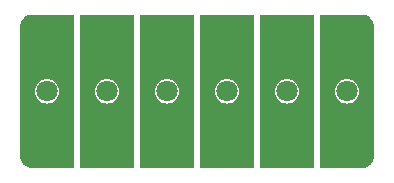
<source format=gbr>
%TF.GenerationSoftware,KiCad,Pcbnew,8.0.4-unknown-202407232306~396e531e7c~ubuntu22.04.1*%
%TF.CreationDate,2024-08-12T16:54:32+01:00*%
%TF.ProjectId,DRY_ELEC_6CH,4452595f-454c-4454-935f-3643482e6b69,1.0*%
%TF.SameCoordinates,Original*%
%TF.FileFunction,Copper,L4,Bot*%
%TF.FilePolarity,Positive*%
%FSLAX46Y46*%
G04 Gerber Fmt 4.6, Leading zero omitted, Abs format (unit mm)*
G04 Created by KiCad (PCBNEW 8.0.4-unknown-202407232306~396e531e7c~ubuntu22.04.1) date 2024-08-12 16:54:32*
%MOMM*%
%LPD*%
G01*
G04 APERTURE LIST*
%TA.AperFunction,ComponentPad*%
%ADD10C,1.800000*%
%TD*%
G04 APERTURE END LIST*
D10*
%TO.P,J17,1,Pin_1*%
%TO.N,/filtering_1/ELECTRODE*%
X32539999Y-32000000D03*
%TD*%
%TO.P,J21,1,Pin_1*%
%TO.N,/filtering_5/ELECTRODE*%
X22379999Y-32000000D03*
%TD*%
%TO.P,J20,1,Pin_1*%
%TO.N,/filtering_4/ELECTRODE*%
X17299999Y-32000000D03*
%TD*%
%TO.P,J18,1,Pin_1*%
%TO.N,/filtering_2/ELECTRODE*%
X37619999Y-32000000D03*
%TD*%
%TO.P,J22,1,Pin_1*%
%TO.N,/filtering_6/ELECTRODE*%
X27459999Y-32000000D03*
%TD*%
%TO.P,J19,1,Pin_1*%
%TO.N,/filtering_3/ELECTRODE*%
X42699999Y-32000000D03*
%TD*%
%TA.AperFunction,Conductor*%
%TO.N,/IN6*%
G36*
X24623038Y-25530185D02*
G01*
X24668793Y-25582989D01*
X24679999Y-25634500D01*
X24679999Y-38365500D01*
X24660314Y-38432539D01*
X24607510Y-38478294D01*
X24555999Y-38489500D01*
X20203999Y-38489500D01*
X20136960Y-38469815D01*
X20091205Y-38417011D01*
X20079999Y-38365500D01*
X20079999Y-32000000D01*
X21347527Y-32000000D01*
X21367365Y-32201423D01*
X21367366Y-32201425D01*
X21426119Y-32395110D01*
X21426120Y-32395113D01*
X21426121Y-32395114D01*
X21426122Y-32395117D01*
X21521526Y-32573605D01*
X21521530Y-32573612D01*
X21649930Y-32730068D01*
X21806386Y-32858468D01*
X21806393Y-32858472D01*
X21984881Y-32953876D01*
X21984882Y-32953876D01*
X21984889Y-32953880D01*
X22178574Y-33012633D01*
X22178573Y-33012633D01*
X22196633Y-33014411D01*
X22379999Y-33032472D01*
X22581424Y-33012633D01*
X22775109Y-32953880D01*
X22953610Y-32858469D01*
X23110067Y-32730068D01*
X23238468Y-32573611D01*
X23333879Y-32395110D01*
X23392632Y-32201425D01*
X23412471Y-32000000D01*
X23392632Y-31798575D01*
X23333879Y-31604890D01*
X23238468Y-31426389D01*
X23238467Y-31426387D01*
X23110067Y-31269931D01*
X22953611Y-31141531D01*
X22953604Y-31141527D01*
X22775116Y-31046123D01*
X22775113Y-31046122D01*
X22775112Y-31046121D01*
X22775109Y-31046120D01*
X22581424Y-30987367D01*
X22581422Y-30987366D01*
X22581424Y-30987366D01*
X22379999Y-30967528D01*
X22178575Y-30987366D01*
X22064216Y-31022056D01*
X21984889Y-31046120D01*
X21984886Y-31046121D01*
X21984884Y-31046122D01*
X21984881Y-31046123D01*
X21806393Y-31141527D01*
X21806386Y-31141531D01*
X21649930Y-31269931D01*
X21521530Y-31426387D01*
X21521526Y-31426394D01*
X21426122Y-31604882D01*
X21426121Y-31604885D01*
X21367365Y-31798576D01*
X21347527Y-32000000D01*
X20079999Y-32000000D01*
X20079999Y-25634500D01*
X20099684Y-25567461D01*
X20152488Y-25521706D01*
X20203999Y-25510500D01*
X24555999Y-25510500D01*
X24623038Y-25530185D01*
G37*
%TD.AperFunction*%
%TD*%
%TA.AperFunction,Conductor*%
%TO.N,/IN2*%
G36*
X44005393Y-25510971D02*
G01*
X44161018Y-25524587D01*
X44182296Y-25528338D01*
X44327950Y-25567366D01*
X44348259Y-25574759D01*
X44450050Y-25622224D01*
X44484919Y-25638484D01*
X44503630Y-25649286D01*
X44627148Y-25735774D01*
X44643706Y-25749667D01*
X44750331Y-25856291D01*
X44764225Y-25872850D01*
X44850709Y-25996362D01*
X44861516Y-26015081D01*
X44925240Y-26151739D01*
X44932633Y-26172049D01*
X44971659Y-26317696D01*
X44975412Y-26338982D01*
X44989027Y-26494593D01*
X44989499Y-26505401D01*
X44989499Y-37494587D01*
X44989027Y-37505395D01*
X44975411Y-37661017D01*
X44971658Y-37682303D01*
X44932632Y-37827950D01*
X44925239Y-37848261D01*
X44861516Y-37984915D01*
X44850709Y-38003633D01*
X44764219Y-38127154D01*
X44750325Y-38143712D01*
X44643711Y-38250326D01*
X44627153Y-38264220D01*
X44503631Y-38350711D01*
X44484913Y-38361518D01*
X44348263Y-38425239D01*
X44327951Y-38432632D01*
X44182301Y-38471658D01*
X44161016Y-38475411D01*
X44047747Y-38485321D01*
X44005379Y-38489028D01*
X43994577Y-38489500D01*
X40523999Y-38489500D01*
X40456960Y-38469815D01*
X40411205Y-38417011D01*
X40399999Y-38365500D01*
X40399999Y-32000000D01*
X41667527Y-32000000D01*
X41687365Y-32201423D01*
X41687366Y-32201425D01*
X41746119Y-32395110D01*
X41746120Y-32395113D01*
X41746121Y-32395114D01*
X41746122Y-32395117D01*
X41841526Y-32573605D01*
X41841530Y-32573612D01*
X41969930Y-32730068D01*
X42126386Y-32858468D01*
X42126393Y-32858472D01*
X42304881Y-32953876D01*
X42304882Y-32953876D01*
X42304889Y-32953880D01*
X42498574Y-33012633D01*
X42498573Y-33012633D01*
X42516633Y-33014411D01*
X42699999Y-33032472D01*
X42901424Y-33012633D01*
X43095109Y-32953880D01*
X43273610Y-32858469D01*
X43430067Y-32730068D01*
X43558468Y-32573611D01*
X43653879Y-32395110D01*
X43712632Y-32201425D01*
X43732471Y-32000000D01*
X43712632Y-31798575D01*
X43653879Y-31604890D01*
X43558468Y-31426389D01*
X43558467Y-31426387D01*
X43430067Y-31269931D01*
X43273611Y-31141531D01*
X43273604Y-31141527D01*
X43095116Y-31046123D01*
X43095113Y-31046122D01*
X43095112Y-31046121D01*
X43095109Y-31046120D01*
X42901424Y-30987367D01*
X42901422Y-30987366D01*
X42901424Y-30987366D01*
X42699999Y-30967528D01*
X42498575Y-30987366D01*
X42384216Y-31022056D01*
X42304889Y-31046120D01*
X42304886Y-31046121D01*
X42304884Y-31046122D01*
X42304881Y-31046123D01*
X42126393Y-31141527D01*
X42126386Y-31141531D01*
X41969930Y-31269931D01*
X41841530Y-31426387D01*
X41841526Y-31426394D01*
X41746122Y-31604882D01*
X41746121Y-31604885D01*
X41687365Y-31798576D01*
X41667527Y-32000000D01*
X40399999Y-32000000D01*
X40399999Y-25634500D01*
X40419684Y-25567461D01*
X40472488Y-25521706D01*
X40523999Y-25510500D01*
X43994587Y-25510500D01*
X44005393Y-25510971D01*
G37*
%TD.AperFunction*%
%TD*%
%TA.AperFunction,Conductor*%
%TO.N,/IN4*%
G36*
X34783038Y-25530185D02*
G01*
X34828793Y-25582989D01*
X34839999Y-25634500D01*
X34839999Y-38365500D01*
X34820314Y-38432539D01*
X34767510Y-38478294D01*
X34715999Y-38489500D01*
X30363999Y-38489500D01*
X30296960Y-38469815D01*
X30251205Y-38417011D01*
X30239999Y-38365500D01*
X30239999Y-32000000D01*
X31507527Y-32000000D01*
X31527365Y-32201423D01*
X31527366Y-32201425D01*
X31586119Y-32395110D01*
X31586120Y-32395113D01*
X31586121Y-32395114D01*
X31586122Y-32395117D01*
X31681526Y-32573605D01*
X31681530Y-32573612D01*
X31809930Y-32730068D01*
X31966386Y-32858468D01*
X31966393Y-32858472D01*
X32144881Y-32953876D01*
X32144882Y-32953876D01*
X32144889Y-32953880D01*
X32338574Y-33012633D01*
X32338573Y-33012633D01*
X32356633Y-33014411D01*
X32539999Y-33032472D01*
X32741424Y-33012633D01*
X32935109Y-32953880D01*
X33113610Y-32858469D01*
X33270067Y-32730068D01*
X33398468Y-32573611D01*
X33493879Y-32395110D01*
X33552632Y-32201425D01*
X33572471Y-32000000D01*
X33552632Y-31798575D01*
X33493879Y-31604890D01*
X33398468Y-31426389D01*
X33398467Y-31426387D01*
X33270067Y-31269931D01*
X33113611Y-31141531D01*
X33113604Y-31141527D01*
X32935116Y-31046123D01*
X32935113Y-31046122D01*
X32935112Y-31046121D01*
X32935109Y-31046120D01*
X32741424Y-30987367D01*
X32741422Y-30987366D01*
X32741424Y-30987366D01*
X32539999Y-30967528D01*
X32338575Y-30987366D01*
X32224216Y-31022056D01*
X32144889Y-31046120D01*
X32144886Y-31046121D01*
X32144884Y-31046122D01*
X32144881Y-31046123D01*
X31966393Y-31141527D01*
X31966386Y-31141531D01*
X31809930Y-31269931D01*
X31681530Y-31426387D01*
X31681526Y-31426394D01*
X31586122Y-31604882D01*
X31586121Y-31604885D01*
X31527365Y-31798576D01*
X31507527Y-32000000D01*
X30239999Y-32000000D01*
X30239999Y-25634500D01*
X30259684Y-25567461D01*
X30312488Y-25521706D01*
X30363999Y-25510500D01*
X34715999Y-25510500D01*
X34783038Y-25530185D01*
G37*
%TD.AperFunction*%
%TD*%
%TA.AperFunction,Conductor*%
%TO.N,GND*%
G36*
X19543038Y-25530185D02*
G01*
X19588793Y-25582989D01*
X19599999Y-25634500D01*
X19599999Y-38365500D01*
X19580314Y-38432539D01*
X19527510Y-38478294D01*
X19475999Y-38489500D01*
X16005411Y-38489500D01*
X15994605Y-38489028D01*
X15969583Y-38486838D01*
X15838981Y-38475412D01*
X15817695Y-38471659D01*
X15672048Y-38432633D01*
X15651737Y-38425240D01*
X15515083Y-38361517D01*
X15496365Y-38350710D01*
X15372848Y-38264223D01*
X15356290Y-38250329D01*
X15249670Y-38143709D01*
X15235776Y-38127151D01*
X15149289Y-38003633D01*
X15138482Y-37984915D01*
X15074759Y-37848261D01*
X15067366Y-37827950D01*
X15028338Y-37682297D01*
X15024587Y-37661016D01*
X15010971Y-37505384D01*
X15010499Y-37494577D01*
X15010499Y-32000000D01*
X16267527Y-32000000D01*
X16287365Y-32201423D01*
X16287366Y-32201425D01*
X16346119Y-32395110D01*
X16346120Y-32395113D01*
X16346121Y-32395114D01*
X16346122Y-32395117D01*
X16441526Y-32573605D01*
X16441530Y-32573612D01*
X16569930Y-32730068D01*
X16726386Y-32858468D01*
X16726393Y-32858472D01*
X16904881Y-32953876D01*
X16904882Y-32953876D01*
X16904889Y-32953880D01*
X17098574Y-33012633D01*
X17098573Y-33012633D01*
X17116633Y-33014411D01*
X17299999Y-33032472D01*
X17501424Y-33012633D01*
X17695109Y-32953880D01*
X17873610Y-32858469D01*
X18030067Y-32730068D01*
X18158468Y-32573611D01*
X18253879Y-32395110D01*
X18312632Y-32201425D01*
X18332471Y-32000000D01*
X18312632Y-31798575D01*
X18253879Y-31604890D01*
X18158468Y-31426389D01*
X18158467Y-31426387D01*
X18030067Y-31269931D01*
X17873611Y-31141531D01*
X17873604Y-31141527D01*
X17695116Y-31046123D01*
X17695113Y-31046122D01*
X17695112Y-31046121D01*
X17695109Y-31046120D01*
X17501424Y-30987367D01*
X17501422Y-30987366D01*
X17501424Y-30987366D01*
X17299999Y-30967528D01*
X17098575Y-30987366D01*
X16984216Y-31022056D01*
X16904889Y-31046120D01*
X16904886Y-31046121D01*
X16904884Y-31046122D01*
X16904881Y-31046123D01*
X16726393Y-31141527D01*
X16726386Y-31141531D01*
X16569930Y-31269931D01*
X16441530Y-31426387D01*
X16441526Y-31426394D01*
X16346122Y-31604882D01*
X16346121Y-31604885D01*
X16287365Y-31798576D01*
X16267527Y-32000000D01*
X15010499Y-32000000D01*
X15010499Y-26505412D01*
X15010971Y-26494605D01*
X15024586Y-26338983D01*
X15028337Y-26317704D01*
X15067366Y-26172044D01*
X15074758Y-26151739D01*
X15112261Y-26071313D01*
X15138485Y-26015074D01*
X15149282Y-25996373D01*
X15235778Y-25872843D01*
X15249661Y-25856297D01*
X15356298Y-25749661D01*
X15372837Y-25735783D01*
X15496369Y-25649284D01*
X15515079Y-25638483D01*
X15651737Y-25574758D01*
X15672043Y-25567366D01*
X15817703Y-25528337D01*
X15838977Y-25524586D01*
X15994593Y-25510971D01*
X16005400Y-25510500D01*
X19475999Y-25510500D01*
X19543038Y-25530185D01*
G37*
%TD.AperFunction*%
%TD*%
%TA.AperFunction,Conductor*%
%TO.N,/IN5*%
G36*
X29703038Y-25530185D02*
G01*
X29748793Y-25582989D01*
X29759999Y-25634500D01*
X29759999Y-38365500D01*
X29740314Y-38432539D01*
X29687510Y-38478294D01*
X29635999Y-38489500D01*
X25283999Y-38489500D01*
X25216960Y-38469815D01*
X25171205Y-38417011D01*
X25159999Y-38365500D01*
X25159999Y-32000000D01*
X26427527Y-32000000D01*
X26447365Y-32201423D01*
X26447366Y-32201425D01*
X26506119Y-32395110D01*
X26506120Y-32395113D01*
X26506121Y-32395114D01*
X26506122Y-32395117D01*
X26601526Y-32573605D01*
X26601530Y-32573612D01*
X26729930Y-32730068D01*
X26886386Y-32858468D01*
X26886393Y-32858472D01*
X27064881Y-32953876D01*
X27064882Y-32953876D01*
X27064889Y-32953880D01*
X27258574Y-33012633D01*
X27258573Y-33012633D01*
X27276633Y-33014411D01*
X27459999Y-33032472D01*
X27661424Y-33012633D01*
X27855109Y-32953880D01*
X28033610Y-32858469D01*
X28190067Y-32730068D01*
X28318468Y-32573611D01*
X28413879Y-32395110D01*
X28472632Y-32201425D01*
X28492471Y-32000000D01*
X28472632Y-31798575D01*
X28413879Y-31604890D01*
X28318468Y-31426389D01*
X28318467Y-31426387D01*
X28190067Y-31269931D01*
X28033611Y-31141531D01*
X28033604Y-31141527D01*
X27855116Y-31046123D01*
X27855113Y-31046122D01*
X27855112Y-31046121D01*
X27855109Y-31046120D01*
X27661424Y-30987367D01*
X27661422Y-30987366D01*
X27661424Y-30987366D01*
X27459999Y-30967528D01*
X27258575Y-30987366D01*
X27144216Y-31022056D01*
X27064889Y-31046120D01*
X27064886Y-31046121D01*
X27064884Y-31046122D01*
X27064881Y-31046123D01*
X26886393Y-31141527D01*
X26886386Y-31141531D01*
X26729930Y-31269931D01*
X26601530Y-31426387D01*
X26601526Y-31426394D01*
X26506122Y-31604882D01*
X26506121Y-31604885D01*
X26447365Y-31798576D01*
X26427527Y-32000000D01*
X25159999Y-32000000D01*
X25159999Y-25634500D01*
X25179684Y-25567461D01*
X25232488Y-25521706D01*
X25283999Y-25510500D01*
X29635999Y-25510500D01*
X29703038Y-25530185D01*
G37*
%TD.AperFunction*%
%TD*%
%TA.AperFunction,Conductor*%
%TO.N,/IN3*%
G36*
X39863038Y-25530185D02*
G01*
X39908793Y-25582989D01*
X39919999Y-25634500D01*
X39919999Y-38365500D01*
X39900314Y-38432539D01*
X39847510Y-38478294D01*
X39795999Y-38489500D01*
X35443999Y-38489500D01*
X35376960Y-38469815D01*
X35331205Y-38417011D01*
X35319999Y-38365500D01*
X35319999Y-32000000D01*
X36587527Y-32000000D01*
X36607365Y-32201423D01*
X36607366Y-32201425D01*
X36666119Y-32395110D01*
X36666120Y-32395113D01*
X36666121Y-32395114D01*
X36666122Y-32395117D01*
X36761526Y-32573605D01*
X36761530Y-32573612D01*
X36889930Y-32730068D01*
X37046386Y-32858468D01*
X37046393Y-32858472D01*
X37224881Y-32953876D01*
X37224882Y-32953876D01*
X37224889Y-32953880D01*
X37418574Y-33012633D01*
X37418573Y-33012633D01*
X37436633Y-33014411D01*
X37619999Y-33032472D01*
X37821424Y-33012633D01*
X38015109Y-32953880D01*
X38193610Y-32858469D01*
X38350067Y-32730068D01*
X38478468Y-32573611D01*
X38573879Y-32395110D01*
X38632632Y-32201425D01*
X38652471Y-32000000D01*
X38632632Y-31798575D01*
X38573879Y-31604890D01*
X38478468Y-31426389D01*
X38478467Y-31426387D01*
X38350067Y-31269931D01*
X38193611Y-31141531D01*
X38193604Y-31141527D01*
X38015116Y-31046123D01*
X38015113Y-31046122D01*
X38015112Y-31046121D01*
X38015109Y-31046120D01*
X37821424Y-30987367D01*
X37821422Y-30987366D01*
X37821424Y-30987366D01*
X37619999Y-30967528D01*
X37418575Y-30987366D01*
X37304216Y-31022056D01*
X37224889Y-31046120D01*
X37224886Y-31046121D01*
X37224884Y-31046122D01*
X37224881Y-31046123D01*
X37046393Y-31141527D01*
X37046386Y-31141531D01*
X36889930Y-31269931D01*
X36761530Y-31426387D01*
X36761526Y-31426394D01*
X36666122Y-31604882D01*
X36666121Y-31604885D01*
X36607365Y-31798576D01*
X36587527Y-32000000D01*
X35319999Y-32000000D01*
X35319999Y-25634500D01*
X35339684Y-25567461D01*
X35392488Y-25521706D01*
X35443999Y-25510500D01*
X39795999Y-25510500D01*
X39863038Y-25530185D01*
G37*
%TD.AperFunction*%
%TD*%
M02*

</source>
